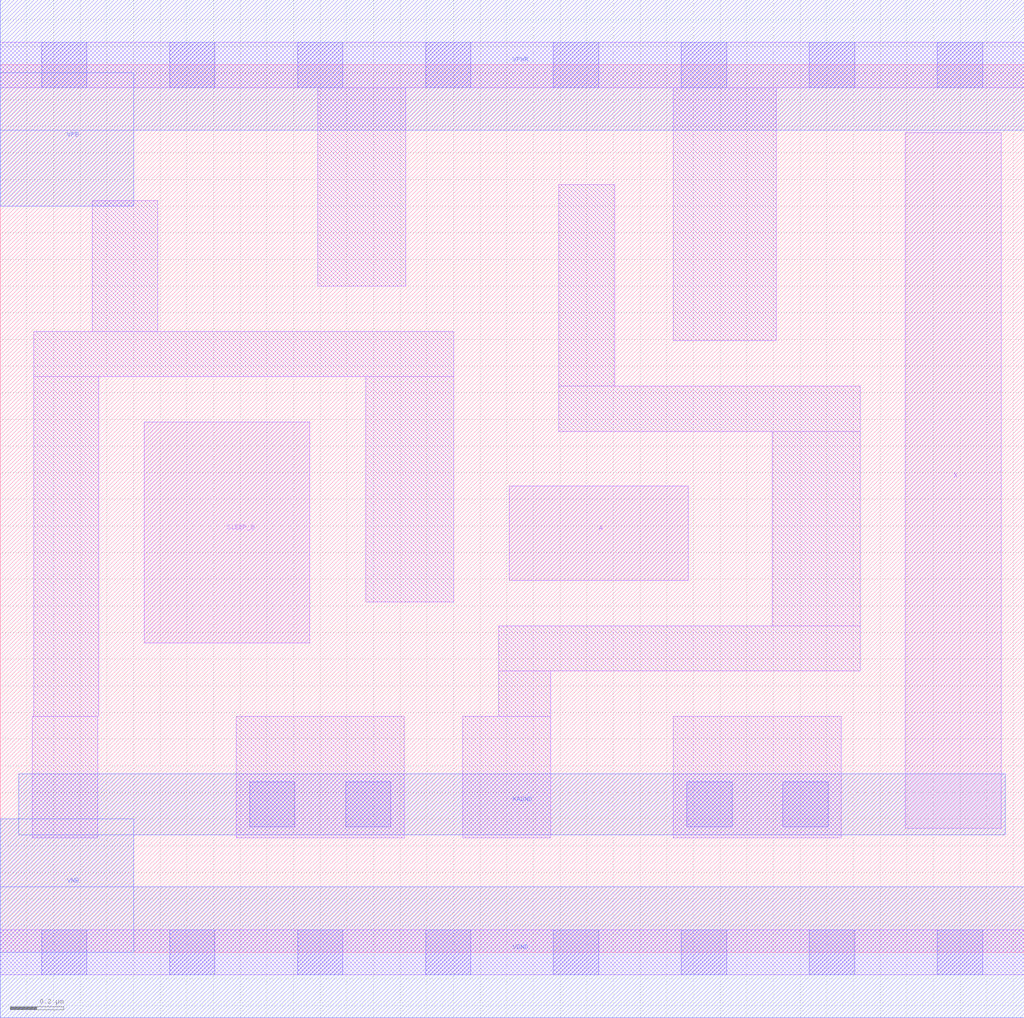
<source format=lef>
# Copyright 2020 The SkyWater PDK Authors
#
# Licensed under the Apache License, Version 2.0 (the "License");
# you may not use this file except in compliance with the License.
# You may obtain a copy of the License at
#
#     https://www.apache.org/licenses/LICENSE-2.0
#
# Unless required by applicable law or agreed to in writing, software
# distributed under the License is distributed on an "AS IS" BASIS,
# WITHOUT WARRANTIES OR CONDITIONS OF ANY KIND, either express or implied.
# See the License for the specific language governing permissions and
# limitations under the License.
#
# SPDX-License-Identifier: Apache-2.0

VERSION 5.5 ;
NAMESCASESENSITIVE ON ;
BUSBITCHARS "[]" ;
DIVIDERCHAR "/" ;
MACRO sky130_fd_sc_lp__iso1n_lp
  CLASS CORE ;
  SOURCE USER ;
  ORIGIN  0.000000  0.000000 ;
  SIZE  3.840000 BY  3.330000 ;
  SYMMETRY X Y R90 ;
  SITE unit ;
  PIN A
    ANTENNAGATEAREA  0.189000 ;
    DIRECTION INPUT ;
    USE SIGNAL ;
    PORT
      LAYER li1 ;
        RECT 1.910000 1.395000 2.580000 1.750000 ;
    END
  END A
  PIN SLEEP_B
    ANTENNAGATEAREA  0.252000 ;
    DIRECTION INPUT ;
    USE SIGNAL ;
    PORT
      LAYER li1 ;
        RECT 0.540000 1.160000 1.160000 1.990000 ;
    END
  END SLEEP_B
  PIN X
    ANTENNADIFFAREA  0.445200 ;
    DIRECTION OUTPUT ;
    USE SIGNAL ;
    PORT
      LAYER li1 ;
        RECT 3.395000 0.465000 3.755000 3.075000 ;
    END
  END X
  PIN KAGND
    ANTENNADIFFAREA  0.424200 ;
    USE GROUND ;
    PORT
      LAYER met1 ;
        RECT 0.070000 0.440000 3.770000 0.670000 ;
    END
  END KAGND
  PIN VGND
    DIRECTION INOUT ;
    USE GROUND ;
    PORT
      LAYER met1 ;
        RECT 0.000000 -0.245000 3.840000 0.245000 ;
    END
  END VGND
  PIN VNB
    DIRECTION INOUT ;
    USE GROUND ;
    PORT
    END
  END VNB
  PIN VPB
    DIRECTION INOUT ;
    USE POWER ;
    PORT
    END
  END VPB
  PIN VNB
    DIRECTION INOUT ;
    USE GROUND ;
    PORT
      LAYER met1 ;
        RECT 0.000000 0.000000 0.500000 0.500000 ;
    END
  END VNB
  PIN VPB
    DIRECTION INOUT ;
    USE POWER ;
    PORT
      LAYER met1 ;
        RECT 0.000000 2.800000 0.500000 3.300000 ;
    END
  END VPB
  PIN VPWR
    DIRECTION INOUT ;
    USE POWER ;
    PORT
      LAYER met1 ;
        RECT 0.000000 3.085000 3.840000 3.575000 ;
    END
  END VPWR
  OBS
    LAYER li1 ;
      RECT 0.000000 -0.085000 3.840000 0.085000 ;
      RECT 0.000000  3.245000 3.840000 3.415000 ;
      RECT 0.120000  0.430000 0.365000 0.885000 ;
      RECT 0.125000  0.885000 0.370000 2.160000 ;
      RECT 0.125000  2.160000 1.700000 2.330000 ;
      RECT 0.345000  2.330000 0.590000 2.820000 ;
      RECT 0.885000  0.430000 1.515000 0.885000 ;
      RECT 1.190000  2.500000 1.520000 3.245000 ;
      RECT 1.370000  1.315000 1.700000 2.160000 ;
      RECT 1.735000  0.430000 2.065000 0.885000 ;
      RECT 1.870000  0.885000 2.065000 1.055000 ;
      RECT 1.870000  1.055000 3.225000 1.225000 ;
      RECT 2.095000  1.955000 3.225000 2.125000 ;
      RECT 2.095000  2.125000 2.305000 2.880000 ;
      RECT 2.525000  0.430000 3.155000 0.885000 ;
      RECT 2.525000  2.295000 2.910000 3.245000 ;
      RECT 2.895000  1.225000 3.225000 1.955000 ;
    LAYER mcon ;
      RECT 0.155000 -0.085000 0.325000 0.085000 ;
      RECT 0.155000  3.245000 0.325000 3.415000 ;
      RECT 0.635000 -0.085000 0.805000 0.085000 ;
      RECT 0.635000  3.245000 0.805000 3.415000 ;
      RECT 0.935000  0.470000 1.105000 0.640000 ;
      RECT 1.115000 -0.085000 1.285000 0.085000 ;
      RECT 1.115000  3.245000 1.285000 3.415000 ;
      RECT 1.295000  0.470000 1.465000 0.640000 ;
      RECT 1.595000 -0.085000 1.765000 0.085000 ;
      RECT 1.595000  3.245000 1.765000 3.415000 ;
      RECT 2.075000 -0.085000 2.245000 0.085000 ;
      RECT 2.075000  3.245000 2.245000 3.415000 ;
      RECT 2.555000 -0.085000 2.725000 0.085000 ;
      RECT 2.555000  3.245000 2.725000 3.415000 ;
      RECT 2.575000  0.470000 2.745000 0.640000 ;
      RECT 2.935000  0.470000 3.105000 0.640000 ;
      RECT 3.035000 -0.085000 3.205000 0.085000 ;
      RECT 3.035000  3.245000 3.205000 3.415000 ;
      RECT 3.515000 -0.085000 3.685000 0.085000 ;
      RECT 3.515000  3.245000 3.685000 3.415000 ;
  END
END sky130_fd_sc_lp__iso1n_lp
END LIBRARY

</source>
